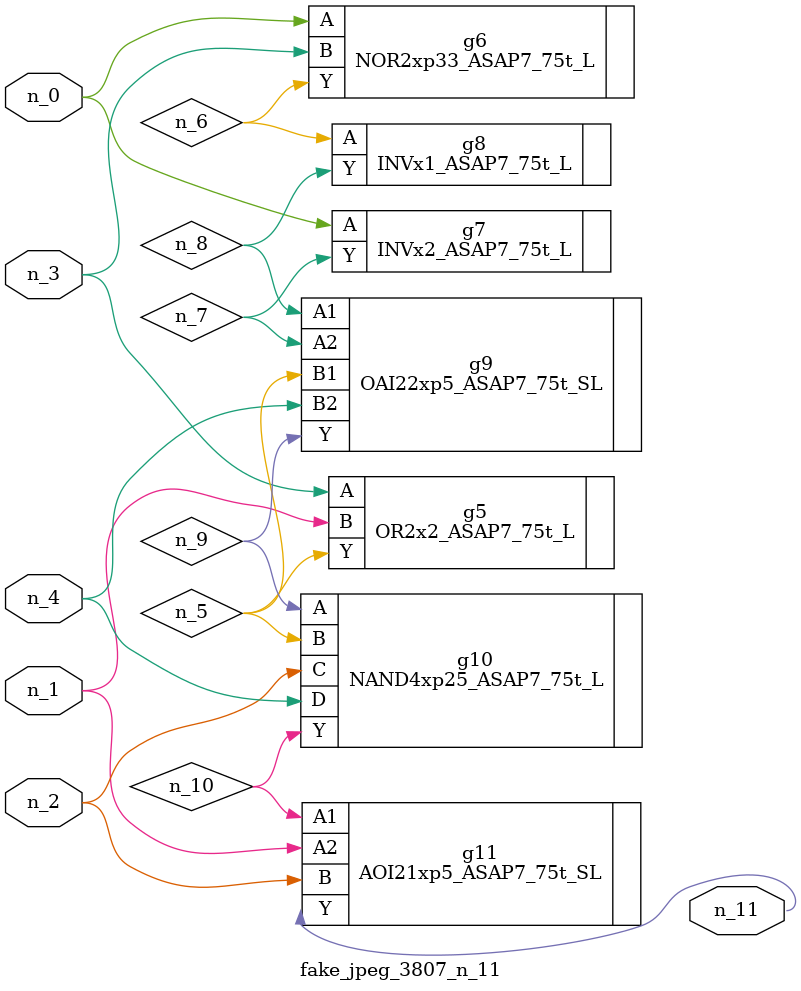
<source format=v>
module fake_jpeg_3807_n_11 (n_3, n_2, n_1, n_0, n_4, n_11);

input n_3;
input n_2;
input n_1;
input n_0;
input n_4;

output n_11;

wire n_10;
wire n_8;
wire n_9;
wire n_6;
wire n_5;
wire n_7;

OR2x2_ASAP7_75t_L g5 ( 
.A(n_3),
.B(n_1),
.Y(n_5)
);

NOR2xp33_ASAP7_75t_L g6 ( 
.A(n_0),
.B(n_3),
.Y(n_6)
);

INVx2_ASAP7_75t_L g7 ( 
.A(n_0),
.Y(n_7)
);

INVx1_ASAP7_75t_L g8 ( 
.A(n_6),
.Y(n_8)
);

OAI22xp5_ASAP7_75t_SL g9 ( 
.A1(n_8),
.A2(n_7),
.B1(n_5),
.B2(n_4),
.Y(n_9)
);

NAND4xp25_ASAP7_75t_L g10 ( 
.A(n_9),
.B(n_5),
.C(n_2),
.D(n_4),
.Y(n_10)
);

AOI21xp5_ASAP7_75t_SL g11 ( 
.A1(n_10),
.A2(n_1),
.B(n_2),
.Y(n_11)
);


endmodule
</source>
